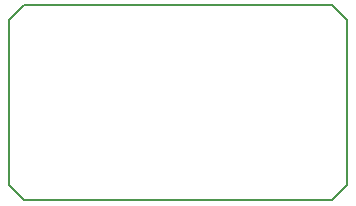
<source format=gm1>
%TF.GenerationSoftware,KiCad,Pcbnew,7.0.2-0*%
%TF.CreationDate,2023-11-06T23:03:36-08:00*%
%TF.ProjectId,uart-friend-232,75617274-2d66-4726-9965-6e642d323332,rev?*%
%TF.SameCoordinates,PX9765530PY6521e48*%
%TF.FileFunction,Profile,NP*%
%FSLAX46Y46*%
G04 Gerber Fmt 4.6, Leading zero omitted, Abs format (unit mm)*
G04 Created by KiCad (PCBNEW 7.0.2-0) date 2023-11-06 23:03:36*
%MOMM*%
%LPD*%
G01*
G04 APERTURE LIST*
%TA.AperFunction,Profile*%
%ADD10C,0.150000*%
%TD*%
G04 APERTURE END LIST*
D10*
X35560000Y15240000D02*
X34290000Y16510000D01*
X6985000Y1270000D02*
X8255000Y0D01*
X6985000Y15240000D02*
X8255000Y16510000D01*
X6985000Y1270000D02*
X6985000Y15240000D01*
X35560000Y1270000D02*
X34290000Y0D01*
X35560000Y1270000D02*
X35560000Y15240000D01*
X8255000Y0D02*
X34290000Y0D01*
X34290000Y16510000D02*
X8255000Y16510000D01*
M02*

</source>
